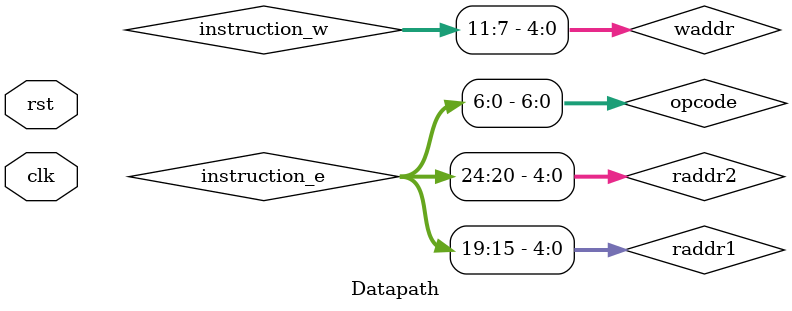
<source format=sv>
module Datapath(
    input logic clk, rst
);
    logic [31:0] PC_f, PC_e, PC_w, PCplus4, sign_extended;
    logic [31:0] instruction_f, instruction_f_DFF, instruction_e, instruction_w, ALU_result_e, ALU_result_w;
    logic [31:0] rdata1_reg, rdata2_reg, rdata1, rdata2, rdata, wdata, wdata_dm;
    logic [31:0] sel_input_A, sel_input_B;
    logic [4:0] raddr1, raddr2, waddr;
    logic [6:0] opcode;
    logic [3:0] alu_op;
    logic [2:0] br_type;
    logic [1:0] wb_sel, wb_sel_w;
    logic reg_wr, rd_en, wr_en, br_taken, sel_A, sel_B;
    logic reg_wr_w, rd_en_w, wr_en_w, For_A, For_B, Flush;

    always_comb begin

        opcode = instruction_e[6:0];
        raddr1 = instruction_e[19:15];
        raddr2 = instruction_e[24:20];
        waddr = instruction_w[11:7];
        Flush = br_taken ? 1'b1 : 1'b0; 

        rdata1 = For_A ? wdata : rdata1_reg;
        rdata2 = For_B ? wdata : rdata2_reg;

        sel_input_A = sel_A ? rdata1 : PC_e;
        sel_input_B = sel_B ? sign_extended : rdata2;

        instruction_f = Flush ? 32'h00000013 : instruction_f_DFF;
        
    end

    // Instantiation
    DFF32bit dff_00 (clk, rst, PC_f, PC_e);
    DFF32bit dff_01 (clk, rst, instruction_f, instruction_e);
    DFF32bit dff_02 (clk, rst, PC_e, PC_w);
    DFF32bit dff_03 (clk, rst, ALU_result_e, ALU_result_w);
    DFF32bit dff_04 (clk, rst, rdata2, wdata_dm);
    DFF32bit dff_05 (clk, rst, instruction_e, instruction_w);

    PC pc_0 (clk, rst, br_taken, ALU_result_e, PCplus4, PC_f);
    Instruction_Memory inst_mem_0 (PC_f, instruction_f_DFF);
    Register_File reg_file_0 (clk, rst, reg_wr_w, raddr1, raddr2, waddr, wdata, rdata1_reg, rdata2_reg);
    ALU alu_0 (alu_op, sel_input_A, sel_input_B, ALU_result_e);
    Data_Memory data_mem_0 (clk, wr_en_w, rd_en_w, ALU_result_w, wdata_dm, rdata);
    Branch_Condition branch_condition_0 (br_type, rdata1, rdata2, br_taken);
    Forwarding_Unit forwarding_unit_0 ( reg_wr_w, instruction_e, instruction_w, For_A, For_B);
    Immediate_Generator immediate_generator_0 (instruction_e, sign_extended);
    Write_Back_Mux write_back_mux_0 (wb_sel_w, ALU_result_w, rdata, PC_w, wdata);
    Controller controller_0 (instruction_e, reg_wr, rd_en, wr_en, sel_A, sel_B, wb_sel, alu_op, br_type);
    Control_Unit control_unit_0 (clk, rst, reg_wr, wr_en, rd_en, wb_sel, reg_wr_w, wr_en_w, rd_en_w, wb_sel_w);

endmodule

</source>
